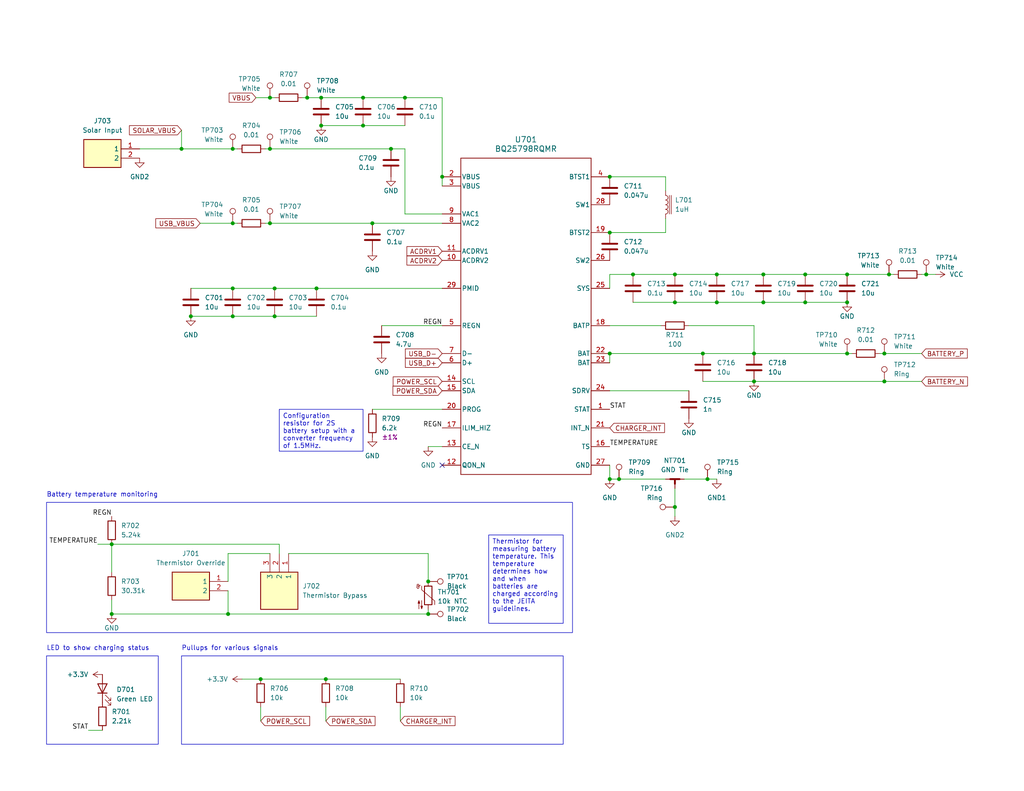
<source format=kicad_sch>
(kicad_sch (version 20230121) (generator eeschema)
  (paper "USLetter")
  (lib_symbols
    (symbol "Connector:TestPoint" (pin_numbers hide) (pin_names (offset 0.762) hide)
      (property "Reference" "TP" (at 0 6.858 0))
      (property "Value" "TestPoint" (at 0 5.08 0))
      (symbol "TestPoint_0_1"
        (circle (center 0 3.302) (radius 0.762))
      )
      (symbol "TestPoint_1_1"
        (pin passive line (at 0 0 90) (length 2.54) (name "1") (number "1"))
      )
    )
    (symbol "Device:C" (pin_numbers hide) (pin_names (offset 0.254))
      (property "Reference" "C" (at 0.635 2.54 0))
      (property "Value" "C" (at 0.635 -2.54 0))
      (symbol "C_0_1"
        (polyline (pts (xy -2.032 -0.762) (xy 2.032 -0.762)) (stroke (width 0.508)))
        (polyline (pts (xy -2.032 0.762) (xy 2.032 0.762)) (stroke (width 0.508)))
      )
      (symbol "C_1_1"
        (pin passive line (at 0 3.81 270) (length 2.794) (name "~") (number "1"))
        (pin passive line (at 0 -3.81 90) (length 2.794) (name "~") (number "2"))
      )
    )
    (symbol "Device:LED" (pin_numbers hide) (pin_names (offset 1.016) hide)
      (property "Reference" "D" (at 0 2.54 0))
      (property "Value" "LED" (at 0 -2.54 0))
      (symbol "LED_0_1"
        (polyline (pts (xy -1.27 -1.27) (xy -1.27 1.27)) (stroke (width 0.254)))
        (polyline (pts (xy -1.27 0) (xy 1.27 0)))
        (polyline (pts (xy 1.27 -1.27) (xy 1.27 1.27) (xy -1.27 0) (xy 1.27 -1.27)) (stroke (width 0.254)))
        (polyline (pts (xy -3.048 -0.762) (xy -4.572 -2.286) (xy -3.81 -2.286) (xy -4.572 -2.286) (xy -4.572 -1.524)))
        (polyline (pts (xy -1.778 -0.762) (xy -3.302 -2.286) (xy -2.54 -2.286) (xy -3.302 -2.286) (xy -3.302 -1.524)))
      )
      (symbol "LED_1_1"
        (pin passive line (at -3.81 0 0) (length 2.54) (name "K") (number "1"))
        (pin passive line (at 3.81 0 180) (length 2.54) (name "A") (number "2"))
      )
    )
    (symbol "Device:L_Iron" (pin_numbers hide) (pin_names (offset 1.016) hide)
      (property "Reference" "L" (at -1.27 0 90))
      (property "Value" "L_Iron" (at 2.794 0 90))
      (symbol "L_Iron_0_1"
        (arc (start 0 -2.54) (mid 0.6323 -1.905) (end 0 -1.27))
        (arc (start 0 -1.27) (mid 0.6323 -0.635) (end 0 0))
        (polyline (pts (xy 1.016 2.54) (xy 1.016 -2.54)))
        (polyline (pts (xy 1.524 -2.54) (xy 1.524 2.54)))
        (arc (start 0 0) (mid 0.6323 0.635) (end 0 1.27))
        (arc (start 0 1.27) (mid 0.6323 1.905) (end 0 2.54))
      )
      (symbol "L_Iron_1_1"
        (pin passive line (at 0 3.81 270) (length 1.27) (name "1") (number "1"))
        (pin passive line (at 0 -3.81 90) (length 1.27) (name "2") (number "2"))
      )
    )
    (symbol "Device:NetTie_3_Tee" (pin_numbers hide) (pin_names (offset 0) hide) (in_bom no)
      (property "Reference" "NT" (at 0 3.175 0))
      (property "Value" "NetTie_3_Tee" (at 0 1.27 0))
      (symbol "NetTie_3_Tee_0_1"
        (polyline (pts (xy -1.27 0) (xy 1.27 0)) (stroke (width 0.254)))
        (polyline (pts (xy -1.27 0) (xy 1.27 0)) (stroke (width 0.508)))
        (polyline (pts (xy 0 -2.54) (xy 0 -2.54)) (stroke (width 0.254)))
        (polyline (pts (xy 0 -1.27) (xy 0 0)) (stroke (width 0.508)))
      )
      (symbol "NetTie_3_Tee_1_1"
        (pin passive line (at -2.54 0 0) (length 2.54) (name "1") (number "1"))
        (pin passive line (at 2.54 0 180) (length 2.54) (name "2") (number "2"))
        (pin passive line (at 0 -2.54 90) (length 2.54) (name "3") (number "3"))
      )
    )
    (symbol "Device:R" (pin_numbers hide) (pin_names (offset 0))
      (property "Reference" "R" (at 2.032 0 90))
      (property "Value" "R" (at 0 0 90))
      (symbol "R_0_1"
        (rectangle (start -1.016 -2.54) (end 1.016 2.54) (stroke (width 0.254)))
      )
      (symbol "R_1_1"
        (pin passive line (at 0 3.81 270) (length 1.27) (name "~") (number "1"))
        (pin passive line (at 0 -3.81 90) (length 1.27) (name "~") (number "2"))
      )
    )
    (symbol "Device:Thermistor_NTC" (pin_numbers hide) (pin_names (offset 0))
      (property "Reference" "TH" (at -4.445 0 90))
      (property "Value" "Thermistor_NTC" (at 3.175 0 90))
      (symbol "Thermistor_NTC_0_1"
        (arc (start -3.048 2.159) (mid -3.0495 2.3143) (end -3.175 2.413))
        (arc (start -3.048 2.159) (mid -2.9736 1.9794) (end -2.794 1.905))
        (arc (start -3.048 2.794) (mid -2.9736 2.6144) (end -2.794 2.54))
        (arc (start -2.794 1.905) (mid -2.6144 1.9794) (end -2.54 2.159))
        (arc (start -2.794 2.54) (mid -2.4393 2.5587) (end -2.159 2.794))
        (arc (start -2.794 3.048) (mid -2.9736 2.9736) (end -3.048 2.794))
        (arc (start -2.54 2.794) (mid -2.6144 2.9736) (end -2.794 3.048))
        (rectangle (start -1.016 2.54) (end 1.016 -2.54) (stroke (width 0.254)))
        (polyline (pts (xy -2.54 2.159) (xy -2.54 2.794)))
        (polyline (pts (xy -1.778 2.54) (xy -1.778 1.524) (xy 1.778 -1.524) (xy 1.778 -2.54)))
        (polyline (pts (xy -2.54 -3.683) (xy -2.54 -1.397) (xy -2.794 -2.159) (xy -2.286 -2.159) (xy -2.54 -1.397) (xy -2.54 -1.651)) (fill (type outline)))
        (polyline (pts (xy -1.778 -1.397) (xy -1.778 -3.683) (xy -2.032 -2.921) (xy -1.524 -2.921) (xy -1.778 -3.683) (xy -1.778 -3.429)) (fill (type outline)))
      )
      (symbol "Thermistor_NTC_1_1"
        (pin passive line (at 0 3.81 270) (length 1.27) (name "~") (number "1"))
        (pin passive line (at 0 -3.81 90) (length 1.27) (name "~") (number "2"))
      )
    )
    (symbol "JST B02B-XASK-1 (LF)(SN):B02B-XASK-1__LF__SN_"
      (property "Reference" "J" (at 16.51 7.62 0))
      (property "Value" "B02B-XASK-1__LF__SN_" (at 16.51 5.08 0))
      (symbol "B02B-XASK-1__LF__SN__1_1"
        (rectangle (start 5.08 2.54) (end 15.24 -5.08) (stroke (width 0.254)) (fill (type background)))
        (pin passive line (at 0 -2.54 0) (length 5.08) (name "1") (number "1"))
        (pin passive line (at 0 0 0) (length 5.08) (name "2") (number "2"))
      )
    )
    (symbol "Sullins PEC03SAAN:PEC03SAAN"
      (property "Reference" "J" (at 16.51 7.62 0))
      (property "Value" "PEC03SAAN" (at 16.51 5.08 0))
      (symbol "PEC03SAAN_1_1"
        (rectangle (start 5.08 2.54) (end 15.24 -7.62) (stroke (width 0.254)) (fill (type background)))
        (pin passive line (at 0 0 0) (length 5.08) (name "1") (number "1"))
        (pin passive line (at 0 -2.54 0) (length 5.08) (name "2") (number "2"))
        (pin passive line (at 0 -5.08 0) (length 5.08) (name "3") (number "3"))
      )
    )
    (symbol "TI BQ25798:BQ25798RQMR" (pin_names (offset 0.254))
      (property "Reference" "U" (at 0 2.54 0))
      (property "Value" "BQ25798RQMR" (at 0 0 0))
      (symbol "BQ25798RQMR_0_1"
        (polyline (pts (xy 5.08 -81.28) (xy 40.64 -81.28)) (stroke (width 0.2032)))
        (polyline (pts (xy 5.08 5.08) (xy 5.08 -81.28)) (stroke (width 0.2032)))
        (polyline (pts (xy 40.64 -81.28) (xy 40.64 5.08)) (stroke (width 0.2032)))
        (polyline (pts (xy 40.64 5.08) (xy 5.08 5.08)) (stroke (width 0.2032)))
        (pin unspecified line (at 45.72 -63.5 180) (length 5.08) (name "STAT") (number "1"))
        (pin power_in line (at 0 -22.86 0) (length 5.08) (name "ACDRV2") (number "10"))
        (pin power_in line (at 0 -20.32 0) (length 5.08) (name "ACDRV1") (number "11"))
        (pin unspecified line (at 0 -78.74 0) (length 5.08) (name "QON_N") (number "12"))
        (pin unspecified line (at 0 -73.66 0) (length 5.08) (name "CE_N") (number "13"))
        (pin input line (at 0 -55.88 0) (length 5.08) (name "SCL") (number "14"))
        (pin bidirectional line (at 0 -58.42 0) (length 5.08) (name "SDA") (number "15"))
        (pin unspecified line (at 45.72 -73.66 180) (length 5.08) (name "TS") (number "16"))
        (pin unspecified line (at 0 -68.58 0) (length 5.08) (name "ILIM_HIZ") (number "17"))
        (pin unspecified line (at 45.72 -40.64 180) (length 5.08) (name "BATP") (number "18"))
        (pin unspecified line (at 45.72 -15.24 180) (length 5.08) (name "BTST2") (number "19"))
        (pin power_in line (at 0 0 0) (length 5.08) (name "VBUS") (number "2"))
        (pin unspecified line (at 0 -63.5 0) (length 5.08) (name "PROG") (number "20"))
        (pin unspecified line (at 45.72 -68.58 180) (length 5.08) (name "INT_N") (number "21"))
        (pin unspecified line (at 45.72 -48.26 180) (length 5.08) (name "BAT") (number "22"))
        (pin unspecified line (at 45.72 -50.8 180) (length 5.08) (name "BAT") (number "23"))
        (pin unspecified line (at 45.72 -58.42 180) (length 5.08) (name "SDRV") (number "24"))
        (pin unspecified line (at 45.72 -30.48 180) (length 5.08) (name "SYS") (number "25"))
        (pin unspecified line (at 45.72 -22.86 180) (length 5.08) (name "SW2") (number "26"))
        (pin power_in line (at 45.72 -78.74 180) (length 5.08) (name "GND") (number "27"))
        (pin unspecified line (at 45.72 -7.62 180) (length 5.08) (name "SW1") (number "28"))
        (pin unspecified line (at 0 -30.48 0) (length 5.08) (name "PMID") (number "29"))
        (pin power_in line (at 0 -2.54 0) (length 5.08) (name "VBUS") (number "3"))
        (pin unspecified line (at 45.72 0 180) (length 5.08) (name "BTST1") (number "4"))
        (pin unspecified line (at 0 -40.64 0) (length 5.08) (name "REGN") (number "5"))
        (pin unspecified line (at 0 -50.8 0) (length 5.08) (name "D+") (number "6"))
        (pin unspecified line (at 0 -48.26 0) (length 5.08) (name "D-") (number "7"))
        (pin power_in line (at 0 -12.7 0) (length 5.08) (name "VAC2") (number "8"))
        (pin power_in line (at 0 -10.16 0) (length 5.08) (name "VAC1") (number "9"))
      )
    )
    (symbol "power:+3.3V" (power) (pin_names (offset 0))
      (property "Value" "+3.3V" (at 0 3.556 0))
      (symbol "+3.3V_0_1"
        (polyline (pts (xy -0.762 1.27) (xy 0 2.54)))
        (polyline (pts (xy 0 0) (xy 0 2.54)))
        (polyline (pts (xy 0 2.54) (xy 0.762 1.27)))
      )
      (symbol "+3.3V_1_1"
        (pin power_in line (at 0 0 90) (length 0) hide (name "+3.3V") (number "1"))
      )
    )
    (symbol "power:GND" (power) (pin_names (offset 0))
      (property "Value" "GND" (at 0 -3.81 0))
      (symbol "GND_0_1"
        (polyline (pts (xy 0 0) (xy 0 -1.27) (xy 1.27 -1.27) (xy 0 -2.54) (xy -1.27 -1.27) (xy 0 -1.27)))
      )
      (symbol "GND_1_1"
        (pin power_in line (at 0 0 270) (length 0) hide (name "GND") (number "1"))
      )
    )
    (symbol "power:GND1" (power) (pin_names (offset 0))
      (property "Value" "GND1" (at 0 -3.81 0))
      (symbol "GND1_0_1"
        (polyline (pts (xy 0 0) (xy 0 -1.27) (xy 1.27 -1.27) (xy 0 -2.54) (xy -1.27 -1.27) (xy 0 -1.27)))
      )
      (symbol "GND1_1_1"
        (pin power_in line (at 0 0 270) (length 0) hide (name "GND1") (number "1"))
      )
    )
    (symbol "power:GND2" (power) (pin_names (offset 0))
      (property "Value" "GND2" (at 0 -3.81 0))
      (symbol "GND2_0_1"
        (polyline (pts (xy 0 0) (xy 0 -1.27) (xy 1.27 -1.27) (xy 0 -2.54) (xy -1.27 -1.27) (xy 0 -1.27)))
      )
      (symbol "GND2_1_1"
        (pin power_in line (at 0 0 270) (length 0) hide (name "GND2") (number "1"))
      )
    )
    (symbol "power:VCC" (power) (pin_names (offset 0))
      (property "Value" "VCC" (at 0 3.81 0))
      (symbol "VCC_0_1"
        (polyline (pts (xy -0.762 1.27) (xy 0 2.54)))
        (polyline (pts (xy 0 0) (xy 0 2.54)))
        (polyline (pts (xy 0 2.54) (xy 0.762 1.27)))
      )
      (symbol "VCC_1_1"
        (pin power_in line (at 0 0 90) (length 0) hide (name "VCC") (number "1"))
      )
    )
  )
  (junction (at 184.15 138.43))
  (junction (at 106.68 40.64))
  (junction (at 231.14 96.52))
  (junction (at 63.5 86.36))
  (junction (at 99.06 34.29))
  (junction (at 86.36 78.74))
  (junction (at 195.58 74.93))
  (junction (at 99.06 26.67))
  (junction (at 73.66 60.96))
  (junction (at 205.74 96.52))
  (junction (at 205.74 104.14))
  (junction (at 71.12 185.42))
  (junction (at 74.93 86.36))
  (junction (at 193.04 130.81))
  (junction (at 166.37 130.81))
  (junction (at 219.71 82.55))
  (junction (at 231.14 82.55))
  (junction (at 88.9 185.42))
  (junction (at 62.23 167.64))
  (junction (at 241.3 96.52))
  (junction (at 63.5 60.96))
  (junction (at 116.84 158.75))
  (junction (at 231.14 74.93))
  (junction (at 252.73 74.93))
  (junction (at 30.48 148.59))
  (junction (at 110.49 26.67))
  (junction (at 208.28 74.93))
  (junction (at 184.15 82.55))
  (junction (at 74.93 78.74))
  (junction (at 63.5 78.74))
  (junction (at 166.37 96.52))
  (junction (at 87.63 34.29))
  (junction (at 172.72 74.93))
  (junction (at 87.63 26.67))
  (junction (at 120.65 48.26))
  (junction (at 52.07 86.36))
  (junction (at 73.66 40.64))
  (junction (at 166.37 63.5))
  (junction (at 30.48 167.64))
  (junction (at 73.66 26.67))
  (junction (at 219.71 74.93))
  (junction (at 241.3 104.14))
  (junction (at 101.6 60.96))
  (junction (at 83.82 26.67))
  (junction (at 63.5 40.64))
  (junction (at 184.15 74.93))
  (junction (at 191.77 96.52))
  (junction (at 242.57 74.93))
  (junction (at 168.91 130.81))
  (junction (at 195.58 82.55))
  (junction (at 208.28 82.55))
  (junction (at 166.37 48.26))
  (junction (at 49.53 40.64))
  (junction (at 116.84 167.64))
  (no_connect (at 120.65 127))
  (wire (pts (xy 30.48 163.83) (xy 30.48 167.64)))
  (wire (pts (xy 180.34 88.9) (xy 166.37 88.9)))
  (wire (pts (xy 231.14 96.52) (xy 232.41 96.52)))
  (wire (pts (xy 184.15 133.35) (xy 184.15 138.43)))
  (wire (pts (xy 231.14 74.93) (xy 242.57 74.93)))
  (wire (pts (xy 52.07 78.74) (xy 63.5 78.74)))
  (wire (pts (xy 181.61 52.07) (xy 181.61 48.26)))
  (wire (pts (xy 251.46 74.93) (xy 252.73 74.93)))
  (wire (pts (xy 99.06 26.67) (xy 110.49 26.67)))
  (wire (pts (xy 63.5 78.74) (xy 74.93 78.74)))
  (wire (pts (xy 193.04 130.81) (xy 195.58 130.81)))
  (wire (pts (xy 208.28 82.55) (xy 219.71 82.55)))
  (wire (pts (xy 82.55 26.67) (xy 83.82 26.67)))
  (wire (pts (xy 120.65 26.67) (xy 120.65 48.26)))
  (wire (pts (xy 62.23 167.64) (xy 116.84 167.64)))
  (wire (pts (xy 86.36 78.74) (xy 120.65 78.74)))
  (wire (pts (xy 106.68 40.64) (xy 110.49 40.64)))
  (wire (pts (xy 116.84 121.92) (xy 120.65 121.92)))
  (wire (pts (xy 30.48 148.59) (xy 76.2 148.59)))
  (wire (pts (xy 116.84 151.13) (xy 78.74 151.13)))
  (wire (pts (xy 241.3 104.14) (xy 251.46 104.14)))
  (wire (pts (xy 66.04 185.42) (xy 71.12 185.42)))
  (wire (pts (xy 62.23 161.29) (xy 62.23 167.64)))
  (wire (pts (xy 87.63 34.29) (xy 99.06 34.29)))
  (wire (pts (xy 219.71 74.93) (xy 231.14 74.93)))
  (wire (pts (xy 72.39 40.64) (xy 73.66 40.64)))
  (wire (pts (xy 63.5 60.96) (xy 64.77 60.96)))
  (wire (pts (xy 88.9 185.42) (xy 109.22 185.42)))
  (wire (pts (xy 63.5 86.36) (xy 74.93 86.36)))
  (wire (pts (xy 120.65 48.26) (xy 120.65 50.8)))
  (wire (pts (xy 241.3 96.52) (xy 251.46 96.52)))
  (wire (pts (xy 219.71 82.55) (xy 231.14 82.55)))
  (wire (pts (xy 116.84 158.75) (xy 116.84 151.13)))
  (wire (pts (xy 205.74 88.9) (xy 205.74 96.52)))
  (wire (pts (xy 181.61 48.26) (xy 166.37 48.26)))
  (wire (pts (xy 101.6 111.76) (xy 120.65 111.76)))
  (wire (pts (xy 62.23 151.13) (xy 62.23 158.75)))
  (wire (pts (xy 109.22 193.04) (xy 109.22 196.85)))
  (wire (pts (xy 99.06 34.29) (xy 110.49 34.29)))
  (wire (pts (xy 62.23 151.13) (xy 73.66 151.13)))
  (wire (pts (xy 71.12 193.04) (xy 71.12 196.85)))
  (wire (pts (xy 166.37 74.93) (xy 166.37 78.74)))
  (wire (pts (xy 184.15 82.55) (xy 195.58 82.55)))
  (wire (pts (xy 184.15 74.93) (xy 195.58 74.93)))
  (wire (pts (xy 26.67 148.59) (xy 30.48 148.59)))
  (wire (pts (xy 74.93 78.74) (xy 86.36 78.74)))
  (wire (pts (xy 166.37 130.81) (xy 166.37 127)))
  (wire (pts (xy 49.53 40.64) (xy 63.5 40.64)))
  (wire (pts (xy 101.6 60.96) (xy 120.65 60.96)))
  (wire (pts (xy 72.39 60.96) (xy 73.66 60.96)))
  (wire (pts (xy 116.84 167.64) (xy 116.84 166.37)))
  (wire (pts (xy 73.66 40.64) (xy 106.68 40.64)))
  (wire (pts (xy 166.37 96.52) (xy 166.37 99.06)))
  (wire (pts (xy 71.12 185.42) (xy 88.9 185.42)))
  (wire (pts (xy 110.49 26.67) (xy 120.65 26.67)))
  (wire (pts (xy 186.69 130.81) (xy 193.04 130.81)))
  (wire (pts (xy 83.82 26.67) (xy 87.63 26.67)))
  (wire (pts (xy 110.49 40.64) (xy 110.49 58.42)))
  (wire (pts (xy 240.03 96.52) (xy 241.3 96.52)))
  (wire (pts (xy 76.2 148.59) (xy 76.2 151.13)))
  (wire (pts (xy 191.77 96.52) (xy 205.74 96.52)))
  (wire (pts (xy 181.61 63.5) (xy 166.37 63.5)))
  (wire (pts (xy 168.91 130.81) (xy 181.61 130.81)))
  (wire (pts (xy 63.5 40.64) (xy 64.77 40.64)))
  (wire (pts (xy 184.15 140.97) (xy 184.15 138.43)))
  (wire (pts (xy 74.93 86.36) (xy 86.36 86.36)))
  (wire (pts (xy 73.66 60.96) (xy 101.6 60.96)))
  (wire (pts (xy 205.74 96.52) (xy 231.14 96.52)))
  (wire (pts (xy 52.07 86.36) (xy 63.5 86.36)))
  (wire (pts (xy 69.85 26.67) (xy 73.66 26.67)))
  (wire (pts (xy 104.14 88.9) (xy 120.65 88.9)))
  (wire (pts (xy 73.66 26.67) (xy 74.93 26.67)))
  (wire (pts (xy 252.73 74.93) (xy 255.27 74.93)))
  (wire (pts (xy 30.48 167.64) (xy 62.23 167.64)))
  (wire (pts (xy 205.74 104.14) (xy 241.3 104.14)))
  (wire (pts (xy 208.28 74.93) (xy 219.71 74.93)))
  (wire (pts (xy 166.37 130.81) (xy 168.91 130.81)))
  (wire (pts (xy 195.58 82.55) (xy 208.28 82.55)))
  (wire (pts (xy 166.37 96.52) (xy 191.77 96.52)))
  (wire (pts (xy 88.9 193.04) (xy 88.9 196.85)))
  (wire (pts (xy 54.61 60.96) (xy 63.5 60.96)))
  (wire (pts (xy 24.13 199.39) (xy 27.94 199.39)))
  (wire (pts (xy 166.37 106.68) (xy 187.96 106.68)))
  (wire (pts (xy 49.53 35.56) (xy 49.53 40.64)))
  (wire (pts (xy 187.96 88.9) (xy 205.74 88.9)))
  (wire (pts (xy 242.57 74.93) (xy 243.84 74.93)))
  (wire (pts (xy 181.61 59.69) (xy 181.61 63.5)))
  (wire (pts (xy 195.58 74.93) (xy 208.28 74.93)))
  (wire (pts (xy 30.48 156.21) (xy 30.48 148.59)))
  (wire (pts (xy 172.72 74.93) (xy 184.15 74.93)))
  (wire (pts (xy 191.77 104.14) (xy 205.74 104.14)))
  (wire (pts (xy 161.29 96.52) (xy 166.37 96.52)))
  (wire (pts (xy 38.1 40.64) (xy 49.53 40.64)))
  (wire (pts (xy 166.37 74.93) (xy 172.72 74.93)))
  (wire (pts (xy 110.49 58.42) (xy 120.65 58.42)))
  (wire (pts (xy 87.63 26.67) (xy 99.06 26.67)))
  (wire (pts (xy 172.72 82.55) (xy 184.15 82.55)))
  (rectangle (start 12.7 179.07) (end 43.18 203.2))
  (rectangle (start 12.7 137.16) (end 156.21 172.72))
  (rectangle (start 49.53 179.07) (end 153.67 203.2))
  (text_box "Configuration resistor for 2S battery setup with a converter frequency of 1.5MHz." (at 76.2 111.76 0) (size 22.86 11.43) (effects (font (size 1.27 1.27)) (justify left top)))
  (text_box "Thermistor for measuring battery temperature. This temperature determines how and when batteries are charged according to the JEITA guidelines." (at 133.35 146.05 0) (size 20.32 24.13) (effects (font (size 1.27 1.27)) (justify left top)))
  (text "Pullups for various signals" (at 49.53 177.8 0) (effects (font (size 1.27 1.27)) (justify left bottom)))
  (text "Battery temperature monitoring" (at 12.7 135.89 0) (effects (font (size 1.27 1.27)) (justify left bottom)))
  (text "LED to show charging status" (at 12.7 177.8 0) (effects (font (size 1.27 1.27)) (justify left bottom)))
  (label "REGN" (at 120.65 88.9 180))
  (label "STAT" (at 24.13 199.39 180))
  (label "TEMPERATURE" (at 26.67 148.59 180))
  (label "STAT" (at 166.37 111.76 0))
  (label "REGN" (at 120.65 116.84 180))
  (label "TEMPERATURE" (at 166.37 121.92 0))
  (label "REGN" (at 30.48 140.97 180))
  (global_label "USB_VBUS" (shape input) (at 54.61 60.96 180) (property "Intersheetrefs" "${INTERSHEET_REFS}" (effects hide)))
  (global_label "BATTERY_P" (shape input) (at 251.46 96.52 0) (property "Intersheetrefs" "${INTERSHEET_REFS}" (effects hide)))
  (global_label "ACDRV2" (shape input) (at 120.65 71.12 180) (property "Intersheetrefs" "${INTERSHEET_REFS}" (effects hide)))
  (global_label "USB_D+" (shape input) (at 120.65 99.06 180) (property "Intersheetrefs" "${INTERSHEET_REFS}" (effects hide)))
  (global_label "POWER_SDA" (shape input) (at 120.65 106.68 180) (property "Intersheetrefs" "${INTERSHEET_REFS}" (effects hide)))
  (global_label "ACDRV1" (shape input) (at 120.65 68.58 180) (property "Intersheetrefs" "${INTERSHEET_REFS}" (effects hide)))
  (global_label "CHARGER_INT" (shape input) (at 109.22 196.85 0) (property "Intersheetrefs" "${INTERSHEET_REFS}" (effects hide)))
  (global_label "BATTERY_N" (shape input) (at 251.46 104.14 0) (property "Intersheetrefs" "${INTERSHEET_REFS}" (effects hide)))
  (global_label "VBUS" (shape input) (at 69.85 26.67 180) (property "Intersheetrefs" "${INTERSHEET_REFS}" (effects hide)))
  (global_label "POWER_SDA" (shape input) (at 88.9 196.85 0) (property "Intersheetrefs" "${INTERSHEET_REFS}" (effects hide)))
  (global_label "POWER_SCL" (shape input) (at 120.65 104.14 180) (property "Intersheetrefs" "${INTERSHEET_REFS}" (effects hide)))
  (global_label "USB_D-" (shape input) (at 120.65 96.52 180) (property "Intersheetrefs" "${INTERSHEET_REFS}" (effects hide)))
  (global_label "CHARGER_INT" (shape input) (at 166.37 116.84 0) (property "Intersheetrefs" "${INTERSHEET_REFS}" (effects hide)))
  (global_label "POWER_SCL" (shape input) (at 71.12 196.85 0) (property "Intersheetrefs" "${INTERSHEET_REFS}" (effects hide)))
  (global_label "SOLAR_VBUS" (shape input) (at 49.53 35.56 180) (property "Intersheetrefs" "${INTERSHEET_REFS}" (effects hide)))
  (symbol (lib_id "Device:C") (at 110.49 30.48 0) (unit 1)
    (property "Reference" "C710" (at 114.3 29.21 0) (effects (justify left)))
    (property "Value" "0.1u" (at 114.3 31.75 0) (effects (justify left)))
    (property "Footprint" "Capacitor_SMD:C_0402_1005Metric" (effects hide))
    (property "Manufacturer" "Murata Electronics" (effects hide))
    (property "Manufacturer Part Number" "GCJ188R71H104KA12D" (effects hide))
    (property "Designed Manufacturer" "TDK" (effects hide))
    (property "Designed Part Number" "C1005X7R1H104K050BE" (effects hide))
    (property "MPN" "C161115" (effects hide))
    (property "Active" "Y" (effects hide))
    (property "Specs" "50V" (effects hide))
  )
  (symbol (lib_id "Device:C") (at 219.71 78.74 0) (unit 1)
    (property "Reference" "C720" (at 223.52 77.47 0) (effects (justify left)))
    (property "Value" "10u" (at 223.52 80.01 0) (effects (justify left)))
    (property "Footprint" "Capacitor_SMD:C_0603_1608Metric" (effects hide))
    (property "Manufacturer" "Murata Electronics" (effects hide))
    (property "Manufacturer Part Number" "GRT188R61E106ME13D" (effects hide))
    (property "Designed Manufacturer" "TDK" (effects hide))
    (property "Designed Part Number" "C2012X5R1E106K125AB " (effects hide))
    (property "MPN" "C697423" (effects hide))
    (property "Active" "Y" (effects hide))
    (property "Specs" "25V" (effects hide))
  )
  (symbol (lib_id "Device:R") (at 71.12 189.23 0) (unit 1)
    (property "Reference" "R706" (at 73.66 187.96 0) (effects (justify left)))
    (property "Value" "10k" (at 73.66 190.5 0) (effects (justify left)))
    (property "Footprint" "Resistor_SMD:R_0402_1005Metric" (effects hide))
    (property "Designed Manufacturer" "Vishay-Dale" (effects hide))
    (property "Designed Part Number" "CRCW040210K0FKED" (effects hide))
    (property "MPN" "C71617" (effects hide))
    (property "Manufacturer" "Vishay-Dale" (effects hide))
    (property "Manufacturer Part Number" "CRCW040210K0FKED" (effects hide))
  )
  (symbol (lib_id "Device:R") (at 68.58 60.96 90) (unit 1)
    (property "Reference" "R705" (at 68.58 54.61 90))
    (property "Value" "0.01" (at 68.58 57.15 90))
    (property "Footprint" "Resistor_SMD:R_2512_6332Metric" (effects hide))
    (property "MPN" "C844296" (effects hide))
    (property "Manufacturer" "Vishay Intertech" (effects hide))
    (property "Manufacturer Part Number" "WSLP2512L5000FEA" (effects hide))
  )
  (symbol (lib_id "Device:R") (at 88.9 189.23 0) (unit 1)
    (property "Reference" "R708" (at 91.44 187.96 0) (effects (justify left)))
    (property "Value" "10k" (at 91.44 190.5 0) (effects (justify left)))
    (property "Footprint" "Resistor_SMD:R_0402_1005Metric" (effects hide))
    (property "Designed Manufacturer" "Vishay-Dale" (effects hide))
    (property "Designed Part Number" "CRCW040210K0FKED" (effects hide))
    (property "MPN" "C71617" (effects hide))
    (property "Manufacturer" "Vishay-Dale" (effects hide))
    (property "Manufacturer Part Number" "CRCW040210K0FKED" (effects hide))
  )
  (symbol (lib_id "power:GND") (at 231.14 82.55 0) (unit 1)
    (property "Reference" "#PWR0714" (effects hide))
    (property "Value" "GND" (at 231.14 86.36 0))
  )
  (symbol (lib_id "Device:C") (at 172.72 78.74 0) (unit 1)
    (property "Reference" "C713" (at 176.53 77.47 0) (effects (justify left)))
    (property "Value" "0.1u" (at 176.53 80.01 0) (effects (justify left)))
    (property "Footprint" "Capacitor_SMD:C_0402_1005Metric" (effects hide))
    (property "Manufacturer" "Murata Electronics" (effects hide))
    (property "Manufacturer Part Number" "GCJ188R71H104KA12D" (effects hide))
    (property "Designed Manufacturer" "TDK" (effects hide))
    (property "Designed Part Number" "C1005X7R1H104K050BE" (effects hide))
    (property "MPN" "C161115" (effects hide))
    (property "Active" "Y" (effects hide))
    (property "Specs" "50V" (effects hide))
  )
  (symbol (lib_id "JST B02B-XASK-1 (LF)(SN):B02B-XASK-1__LF__SN_") (at 62.23 161.29 180) (unit 1)
    (property "Reference" "J701" (at 52.07 151.13 0))
    (property "Value" "Thermistor Override" (at 52.07 153.67 0))
    (property "Footprint" "footprints:B02BXASK1LFSN" (effects hide))
    (property "Datasheet" "https://www.jst-mfg.com/product/pdf/eng/eXA1.pdf" (effects hide))
    (property "Height" "8.8" (effects hide))
    (property "Manufacturer_Name" "JST (JAPAN SOLDERLESS TERMINALS)" (effects hide))
    (property "Manufacturer_Part_Number" "B02B-XASK-1 (LF)(SN)" (effects hide))
  )
  (symbol (lib_id "Device:Thermistor_NTC") (at 116.84 162.56 0) (unit 1)
    (property "Reference" "TH701" (at 119.38 161.6075 0) (effects (justify left)))
    (property "Value" "10k NTC" (at 119.38 164.1475 0) (effects (justify left)))
    (property "Footprint" "Resistor_SMD:R_0402_1005Metric" (effects hide))
    (property "Specs" "103AT-2 10kΩ NTC, but using an SMD component" (effects hide))
    (property "MPN" "C336815" (effects hide))
    (property "Manufacturer" "PANASONIC" (effects hide))
    (property "Manufacturer Part Number" "ERTJ0EG103GA" (effects hide))
    (property "Active" "Y" (effects hide))
  )
  (symbol (lib_id "power:GND") (at 101.6 119.38 0) (unit 1)
    (property "Reference" "#PWR0707" (effects hide))
    (property "Value" "GND" (at 101.6 124.46 0))
  )
  (symbol (lib_id "power:GND1") (at 195.58 130.81 0) (unit 1)
    (property "Reference" "#PWR0716" (effects hide))
    (property "Value" "GND1" (at 195.58 135.89 0))
  )
  (symbol (lib_id "Device:C") (at 106.68 44.45 0) (unit 1)
    (property "Reference" "C709" (at 97.79 43.18 0) (effects (justify left)))
    (property "Value" "0.1u" (at 97.79 45.72 0) (effects (justify left)))
    (property "Footprint" "Capacitor_SMD:C_0402_1005Metric" (effects hide))
    (property "Manufacturer" "Murata Electronics" (effects hide))
    (property "Manufacturer Part Number" "GCJ188R71H104KA12D" (effects hide))
    (property "Designed Manufacturer" "TDK" (effects hide))
    (property "Designed Part Number" "C1005X7R1H104K050BE" (effects hide))
    (property "MPN" "C161115" (effects hide))
    (property "Active" "Y" (effects hide))
    (property "Specs" "50V" (effects hide))
  )
  (symbol (lib_id "power:GND") (at 205.74 104.14 0) (unit 1)
    (property "Reference" "#PWR0713" (effects hide))
    (property "Value" "GND" (at 205.74 107.95 0))
  )
  (symbol (lib_id "Device:R") (at 184.15 88.9 90) (unit 1)
    (property "Reference" "R711" (at 184.15 91.44 90))
    (property "Value" "100" (at 184.15 93.98 90))
    (property "Footprint" "Resistor_SMD:R_0603_1608Metric" (effects hide))
    (property "MPN" "C105588" (effects hide))
    (property "Manufacturer" "YAGEO" (effects hide))
    (property "Manufacturer Part Number" "RC0603FR-07100RL " (effects hide))
  )
  (symbol (lib_id "Connector:TestPoint") (at 116.84 167.64 270) (unit 1)
    (property "Reference" "TP702" (at 121.92 166.37 90) (effects (justify left)))
    (property "Value" "Black" (at 121.92 168.91 90) (effects (justify left)))
    (property "Footprint" "TestPoint:TestPoint_Keystone_5000-5004_Miniature" (effects hide))
    (property "Active" "Y" (effects hide))
    (property "MPN" "C238122" (effects hide))
    (property "Manufacturer" "Keystone" (effects hide))
    (property "Manufacturer Part Number" "5001" (effects hide))
  )
  (symbol (lib_id "Device:C") (at 195.58 78.74 0) (unit 1)
    (property "Reference" "C717" (at 199.39 77.47 0) (effects (justify left)))
    (property "Value" "10u" (at 199.39 80.01 0) (effects (justify left)))
    (property "Footprint" "Capacitor_SMD:C_0603_1608Metric" (effects hide))
    (property "Manufacturer" "Murata Electronics" (effects hide))
    (property "Manufacturer Part Number" "GRT188R61E106ME13D" (effects hide))
    (property "Designed Manufacturer" "TDK" (effects hide))
    (property "Designed Part Number" "C2012X5R1E106K125AB " (effects hide))
    (property "MPN" "C697423" (effects hide))
    (property "Active" "Y" (effects hide))
    (property "Specs" "25V" (effects hide))
  )
  (symbol (lib_id "Connector:TestPoint") (at 73.66 40.64 0) (unit 1)
    (property "Reference" "TP706" (at 76.2 36.068 0) (effects (justify left)))
    (property "Value" "White" (at 76.2 38.608 0) (effects (justify left)))
    (property "Footprint" "TestPoint:TestPoint_Keystone_5000-5004_Miniature" (effects hide))
    (property "MPN" "C238123" (effects hide))
    (property "Manufacturer" "Keystone" (effects hide))
    (property "Manufacturer Part Number" "5002" (effects hide))
    (property "Active" "Y" (effects hide))
  )
  (symbol (lib_id "power:+3.3V") (at 66.04 185.42 90) (unit 1)
    (property "Reference" "#PWR0704" (effects hide))
    (property "Value" "+3.3V" (at 62.23 185.42 90) (effects (justify left)))
  )
  (symbol (lib_id "Device:C") (at 184.15 78.74 0) (unit 1)
    (property "Reference" "C714" (at 187.96 77.47 0) (effects (justify left)))
    (property "Value" "10u" (at 187.96 80.01 0) (effects (justify left)))
    (property "Footprint" "Capacitor_SMD:C_0603_1608Metric" (effects hide))
    (property "Manufacturer" "Murata Electronics" (effects hide))
    (property "Manufacturer Part Number" "GRT188R61E106ME13D" (effects hide))
    (property "Designed Manufacturer" "TDK" (effects hide))
    (property "Designed Part Number" "C2012X5R1E106K125AB " (effects hide))
    (property "MPN" "C697423" (effects hide))
    (property "Active" "Y" (effects hide))
    (property "Specs" "25V" (effects hide))
  )
  (symbol (lib_id "Sullins PEC03SAAN:PEC03SAAN") (at 78.74 151.13 270) (unit 1)
    (property "Reference" "J702" (at 82.55 160.02 90) (effects (justify left)))
    (property "Value" "Thermistor Bypass" (at 82.55 162.56 90) (effects (justify left)))
    (property "Footprint" "footprints:HDRV3W64P0X254_1X3_762X254X838P" (effects hide))
    (property "Height" "8.38" (effects hide))
    (property "Manufacturer_Name" "Sullins" (effects hide))
    (property "Manufacturer_Part_Number" "PEC03SAAN" (effects hide))
  )
  (symbol (lib_id "Device:R") (at 68.58 40.64 90) (unit 1)
    (property "Reference" "R704" (at 68.58 34.29 90))
    (property "Value" "0.01" (at 68.58 36.83 90))
    (property "Footprint" "Resistor_SMD:R_2512_6332Metric" (effects hide))
    (property "MPN" "C844296" (effects hide))
    (property "Manufacturer" "Vishay Intertech" (effects hide))
    (property "Manufacturer Part Number" "WSLP2512L5000FEA" (effects hide))
  )
  (symbol (lib_id "Connector:TestPoint") (at 83.82 26.67 0) (unit 1)
    (property "Reference" "TP708" (at 86.36 22.098 0) (effects (justify left)))
    (property "Value" "White" (at 86.36 24.638 0) (effects (justify left)))
    (property "Footprint" "TestPoint:TestPoint_Keystone_5000-5004_Miniature" (effects hide))
    (property "MPN" "C238123" (effects hide))
    (property "Manufacturer" "Keystone" (effects hide))
    (property "Manufacturer Part Number" "5002" (effects hide))
    (property "Active" "Y" (effects hide))
  )
  (symbol (lib_id "power:GND2") (at 184.15 140.97 0) (unit 1)
    (property "Reference" "#PWR0718" (effects hide))
    (property "Value" "GND2" (at 184.15 146.05 0))
  )
  (symbol (lib_id "Device:C") (at 205.74 100.33 0) (unit 1)
    (property "Reference" "C718" (at 209.55 99.06 0) (effects (justify left)))
    (property "Value" "10u" (at 209.55 101.6 0) (effects (justify left)))
    (property "Footprint" "Capacitor_SMD:C_0603_1608Metric" (effects hide))
    (property "MPN" "C697423" (effects hide))
    (property "Manufacturer" "Murata Electronics" (effects hide))
    (property "Manufacturer Part Number" "GRT188R61E106ME13D" (effects hide))
    (property "Active" "Y" (effects hide))
    (property "Specs" "25V" (effects hide))
  )
  (symbol (lib_id "power:GND") (at 116.84 121.92 0) (unit 1)
    (property "Reference" "#PWR0710" (effects hide))
    (property "Value" "GND" (at 116.84 127 0))
  )
  (symbol (lib_id "Device:R") (at 101.6 115.57 0) (unit 1)
    (property "Reference" "R709" (at 104.14 114.3 0) (effects (justify left)))
    (property "Value" "6.2k" (at 104.14 116.84 0) (effects (justify left)))
    (property "Footprint" "Resistor_SMD:R_0603_1608Metric" (effects hide))
    (property "Specs" "1% tolerance resistor required. 8.2k for 750kHz charging; 6.04k for 1.5MHz charging. Both for a 2S battery configuration." (effects hide))
    (property "Tolerance" "±1% " (at 104.14 119.38 0) (effects (justify left)))
    (property "MPN" "C114631" (effects hide))
    (property "Manufacturer" "YAGEO" (effects hide))
    (property "Manufacturer Part Number" "RC0603FR-076K2L" (effects hide))
    (property "Active" "Y" (effects hide))
  )
  (symbol (lib_id "Device:C") (at 231.14 78.74 0) (unit 1)
    (property "Reference" "C721" (at 234.95 77.47 0) (effects (justify left)))
    (property "Value" "10u" (at 234.95 80.01 0) (effects (justify left)))
    (property "Footprint" "Capacitor_SMD:C_0603_1608Metric" (effects hide))
    (property "Manufacturer" "Murata Electronics" (effects hide))
    (property "Manufacturer Part Number" "GRT188R61E106ME13D" (effects hide))
    (property "Designed Manufacturer" "TDK" (effects hide))
    (property "Designed Part Number" "C2012X5R1E106K125AB " (effects hide))
    (property "MPN" "C697423" (effects hide))
    (property "Active" "Y" (effects hide))
    (property "Specs" "25V" (effects hide))
  )
  (symbol (lib_id "JST B02B-XASK-1 (LF)(SN):B02B-XASK-1__LF__SN_") (at 38.1 43.18 180) (unit 1)
    (property "Reference" "J703" (at 27.94 33.02 0))
    (property "Value" "Solar Input" (at 27.94 35.56 0))
    (property "Footprint" "footprints:B02BXASK1LFSN" (effects hide))
    (property "Datasheet" "https://www.jst-mfg.com/product/pdf/eng/eXA1.pdf" (effects hide))
    (property "Height" "8.8" (effects hide))
    (property "Manufacturer_Name" "JST (JAPAN SOLDERLESS TERMINALS)" (effects hide))
    (property "Manufacturer_Part_Number" "B02B-XASK-1 (LF)(SN)" (effects hide))
  )
  (symbol (lib_id "power:GND") (at 166.37 130.81 0) (unit 1)
    (property "Reference" "#PWR0711" (effects hide))
    (property "Value" "GND" (at 166.37 135.89 0))
  )
  (symbol (lib_id "power:GND") (at 52.07 86.36 0) (unit 1)
    (property "Reference" "#PWR0703" (effects hide))
    (property "Value" "GND" (at 52.07 91.44 0))
  )
  (symbol (lib_id "Device:C") (at 87.63 30.48 0) (unit 1)
    (property "Reference" "C705" (at 91.44 29.21 0) (effects (justify left)))
    (property "Value" "10u" (at 91.44 31.75 0) (effects (justify left)))
    (property "Footprint" "Capacitor_SMD:C_0603_1608Metric" (effects hide))
    (property "Manufacturer" "Murata Electronics" (effects hide))
    (property "Manufacturer Part Number" "GRT188R61E106ME13D" (effects hide))
    (property "Designed Manufacturer" "TDK" (effects hide))
    (property "Designed Part Number" "C2012X5R1E106K125AB " (effects hide))
    (property "MPN" "C697423" (effects hide))
    (property "Active" "Y" (effects hide))
    (property "Specs" "25V" (effects hide))
  )
  (symbol (lib_id "Device:C") (at 99.06 30.48 0) (unit 1)
    (property "Reference" "C706" (at 102.87 29.21 0) (effects (justify left)))
    (property "Value" "10u" (at 102.87 31.75 0) (effects (justify left)))
    (property "Footprint" "Capacitor_SMD:C_0603_1608Metric" (effects hide))
    (property "Manufacturer" "Murata Electronics" (effects hide))
    (property "Manufacturer Part Number" "GRT188R61E106ME13D" (effects hide))
    (property "Designed Manufacturer" "TDK" (effects hide))
    (property "Designed Part Number" "C2012X5R1E106K125AB " (effects hide))
    (property "MPN" "C697423" (effects hide))
    (property "Active" "Y" (effects hide))
    (property "Specs" "25V" (effects hide))
  )
  (symbol (lib_id "Connector:TestPoint") (at 73.66 26.67 0) (unit 1)
    (property "Reference" "TP705" (at 71.12 21.59 0) (effects (justify right)))
    (property "Value" "White" (at 71.12 24.13 0) (effects (justify right)))
    (property "Footprint" "TestPoint:TestPoint_Keystone_5000-5004_Miniature" (effects hide))
    (property "MPN" "C238123" (effects hide))
    (property "Manufacturer" "Keystone" (effects hide))
    (property "Manufacturer Part Number" "5002" (effects hide))
    (property "Active" "Y" (effects hide))
  )
  (symbol (lib_id "power:GND") (at 104.14 96.52 0) (unit 1)
    (property "Reference" "#PWR0708" (effects hide))
    (property "Value" "GND" (at 104.14 101.6 0))
  )
  (symbol (lib_id "Device:LED") (at 27.94 187.96 90) (unit 1)
    (property "Reference" "D701" (at 31.75 188.2775 90) (effects (justify right)))
    (property "Value" "Green LED" (at 31.75 190.8175 90) (effects (justify right)))
    (property "Footprint" "LED_SMD:LED_0603_1608Metric" (effects hide))
    (property "MPN" "C125093" (effects hide))
    (property "Manufacturer" "Lite-On" (effects hide))
    (property "Manufacturer Part Number" "LTST-C190GKT" (effects hide))
    (property "Active" "Y" (effects hide))
  )
  (symbol (lib_id "Device:NetTie_3_Tee") (at 184.15 130.81 0) (unit 1) (in_bom no)
    (property "Reference" "NT701" (at 184.15 125.73 0))
    (property "Value" "GND Tie" (at 184.15 128.27 0))
  )
  (symbol (lib_id "power:GND2") (at 38.1 43.18 0) (unit 1)
    (property "Reference" "#PWR0717" (effects hide))
    (property "Value" "GND2" (at 38.1 48.26 0))
  )
  (symbol (lib_id "Device:R") (at 247.65 74.93 90) (unit 1)
    (property "Reference" "R713" (at 247.65 68.58 90))
    (property "Value" "0.01" (at 247.65 71.12 90))
    (property "Footprint" "Resistor_SMD:R_2512_6332Metric" (effects hide))
    (property "MPN" "C844296" (effects hide))
    (property "Manufacturer" "Vishay Intertech" (effects hide))
    (property "Manufacturer Part Number" "WSLP2512L5000FEA" (effects hide))
  )
  (symbol (lib_id "Device:C") (at 191.77 100.33 0) (unit 1)
    (property "Reference" "C716" (at 195.58 99.06 0) (effects (justify left)))
    (property "Value" "10u" (at 195.58 101.6 0) (effects (justify left)))
    (property "Footprint" "Capacitor_SMD:C_0603_1608Metric" (effects hide))
    (property "MPN" "C697423" (effects hide))
    (property "Manufacturer" "Murata Electronics" (effects hide))
    (property "Manufacturer Part Number" "GRT188R61E106ME13D" (effects hide))
    (property "Active" "Y" (effects hide))
    (property "Specs" "25V" (effects hide))
  )
  (symbol (lib_id "Device:R") (at 30.48 144.78 0) (unit 1)
    (property "Reference" "R702" (at 33.02 143.51 0) (effects (justify left)))
    (property "Value" "5.24k" (at 33.02 146.05 0) (effects (justify left)))
    (property "Footprint" "Resistor_SMD:R_0402_1005Metric" (effects hide))
    (property "Designed Manufacturer" "Vishay-Dale" (effects hide))
    (property "Designed Part Number" "CRCW04025K23FKED" (effects hide))
    (property "MPN" "C170332" (effects hide))
    (property "Manufacturer" "Walsin Tech Corp" (effects hide))
    (property "Manufacturer Part Number" "WR04X5231FTL" (effects hide))
    (property "Active" "Y, MOQ 10k" (effects hide))
  )
  (symbol (lib_id "Device:R") (at 236.22 96.52 90) (unit 1)
    (property "Reference" "R712" (at 236.22 90.17 90))
    (property "Value" "0.01" (at 236.22 92.71 90))
    (property "Footprint" "Resistor_SMD:R_2512_6332Metric" (effects hide))
    (property "MPN" "C844296" (effects hide))
    (property "Manufacturer" "Vishay Intertech" (effects hide))
    (property "Manufacturer Part Number" "WSLP2512L5000FEA" (effects hide))
  )
  (symbol (lib_id "Connector:TestPoint") (at 168.91 130.81 0) (unit 1)
    (property "Reference" "TP709" (at 171.45 126.238 0) (effects (justify left)))
    (property "Value" "Ring" (at 171.45 128.778 0) (effects (justify left)))
    (property "Footprint" "TestPoint:TestPoint_Keystone_5019_Minature" (effects hide))
    (property "MPN" "C238131" (effects hide))
    (property "Manufacturer" "Keystone" (effects hide))
    (property "Manufacturer Part Number" "5019" (effects hide))
    (property "Active" "Y" (effects hide))
  )
  (symbol (lib_id "Connector:TestPoint") (at 193.04 130.81 0) (unit 1)
    (property "Reference" "TP715" (at 195.58 126.238 0) (effects (justify left)))
    (property "Value" "Ring" (at 195.58 128.778 0) (effects (justify left)))
    (property "Footprint" "TestPoint:TestPoint_Keystone_5019_Minature" (effects hide))
    (property "MPN" "C238131" (effects hide))
    (property "Manufacturer" "Keystone" (effects hide))
    (property "Manufacturer Part Number" "5019" (effects hide))
    (property "Active" "Y" (effects hide))
  )
  (symbol (lib_id "TI BQ25798:BQ25798RQMR") (at 120.65 48.26 0) (unit 1)
    (property "Reference" "U701" (at 143.51 38.1 0) (effects (font (size 1.524 1.524))))
    (property "Value" "BQ25798RQMR" (at 143.51 40.64 0) (effects (font (size 1.524 1.524))))
    (property "Footprint" "footprints:RQM0029A-MFG" (effects hide))
    (property "Datasheet" "BQ25798RQMR" (effects hide))
    (property "MPN" "C2876593" (effects hide))
    (property "Manufacturer" "TEXAS INSTRUMENTS" (effects hide))
    (property "Manufacturer Part Number" "BQ25798RQMR" (effects hide))
    (property "Active" "Y" (effects hide))
  )
  (symbol (lib_id "Device:C") (at 187.96 110.49 0) (unit 1)
    (property "Reference" "C715" (at 191.77 109.22 0) (effects (justify left)))
    (property "Value" "1n" (at 191.77 111.76 0) (effects (justify left)))
    (property "Footprint" "Capacitor_SMD:C_0402_1005Metric" (effects hide))
    (property "MPN" "C76947" (effects hide))
    (property "Manufacturer" "Murata Electronics" (effects hide))
    (property "Manufacturer Part Number" "GRM1555C1H102JA01D" (effects hide))
    (property "Specs" "1nF, 50V rated, 0402 package, ceramic capacitor" (effects hide))
    (property "Active" "Y" (effects hide))
  )
  (symbol (lib_id "Device:C") (at 166.37 67.31 0) (unit 1)
    (property "Reference" "C712" (at 170.18 66.04 0) (effects (justify left)))
    (property "Value" "0.047u" (at 170.18 68.58 0) (effects (justify left)))
    (property "Footprint" "Capacitor_SMD:C_0402_1005Metric" (effects hide))
    (property "Manufacturer" "Samsung Electro-Mechanics" (effects hide))
    (property "Manufacturer Part Number" "CL05B473KA5NNNC" (effects hide))
    (property "Designed Manufacturer" "Murata Electronics" (effects hide))
    (property "Designed Part Number" "GRM155R71E473KA88D " (effects hide))
    (property "MPN" "C318631" (effects hide))
    (property "Active" "Y" (effects hide))
  )
  (symbol (lib_id "Connector:TestPoint") (at 241.3 96.52 0) (unit 1)
    (property "Reference" "TP711" (at 243.84 91.948 0) (effects (justify left)))
    (property "Value" "White" (at 243.84 94.488 0) (effects (justify left)))
    (property "Footprint" "TestPoint:TestPoint_Keystone_5000-5004_Miniature" (effects hide))
    (property "MPN" "C238123" (effects hide))
    (property "Manufacturer" "Keystone" (effects hide))
    (property "Manufacturer Part Number" "5002" (effects hide))
    (property "Active" "Y" (effects hide))
  )
  (symbol (lib_id "Connector:TestPoint") (at 242.57 74.93 0) (unit 1)
    (property "Reference" "TP713" (at 240.03 69.85 0) (effects (justify right)))
    (property "Value" "White" (at 240.03 72.39 0) (effects (justify right)))
    (property "Footprint" "TestPoint:TestPoint_Keystone_5000-5004_Miniature" (effects hide))
    (property "MPN" "C238123" (effects hide))
    (property "Manufacturer" "Keystone" (effects hide))
    (property "Manufacturer Part Number" "5002" (effects hide))
    (property "Active" "Y" (effects hide))
  )
  (symbol (lib_id "Connector:TestPoint") (at 116.84 158.75 270) (unit 1)
    (property "Reference" "TP701" (at 121.92 157.48 90) (effects (justify left)))
    (property "Value" "Black" (at 121.92 160.02 90) (effects (justify left)))
    (property "Footprint" "TestPoint:TestPoint_Keystone_5000-5004_Miniature" (effects hide))
    (property "Active" "Y" (effects hide))
    (property "MPN" "C238122" (effects hide))
    (property "Manufacturer" "Keystone" (effects hide))
    (property "Manufacturer Part Number" "5001" (effects hide))
  )
  (symbol (lib_id "Connector:TestPoint") (at 184.15 138.43 90) (unit 1)
    (property "Reference" "TP716" (at 180.848 133.35 90) (effects (justify left)))
    (property "Value" "Ring" (at 180.848 135.89 90) (effects (justify left)))
    (property "Footprint" "TestPoint:TestPoint_Keystone_5019_Minature" (effects hide))
    (property "MPN" "C238131" (effects hide))
    (property "Manufacturer" "Keystone" (effects hide))
    (property "Manufacturer Part Number" "5019" (effects hide))
    (property "Active" "Y" (effects hide))
  )
  (symbol (lib_id "Connector:TestPoint") (at 252.73 74.93 0) (unit 1)
    (property "Reference" "TP714" (at 255.27 70.358 0) (effects (justify left)))
    (property "Value" "White" (at 255.27 72.898 0) (effects (justify left)))
    (property "Footprint" "TestPoint:TestPoint_Keystone_5000-5004_Miniature" (effects hide))
    (property "MPN" "C238123" (effects hide))
    (property "Manufacturer" "Keystone" (effects hide))
    (property "Manufacturer Part Number" "5002" (effects hide))
    (property "Active" "Y" (effects hide))
  )
  (symbol (lib_id "Device:C") (at 63.5 82.55 0) (unit 1)
    (property "Reference" "C702" (at 67.31 81.28 0) (effects (justify left)))
    (property "Value" "10u" (at 67.31 83.82 0) (effects (justify left)))
    (property "Footprint" "Capacitor_SMD:C_0603_1608Metric" (effects hide))
    (property "Manufacturer" "Murata Electronics" (effects hide))
    (property "Manufacturer Part Number" "GRT188R61E106ME13D" (effects hide))
    (property "Designed Manufacturer" "TDK" (effects hide))
    (property "Designed Part Number" "C2012X5R1E106K125AB " (effects hide))
    (property "MPN" "C697423" (effects hide))
    (property "Active" "Y" (effects hide))
    (property "Specs" "25V" (effects hide))
  )
  (symbol (lib_id "Device:C") (at 52.07 82.55 0) (unit 1)
    (property "Reference" "C701" (at 55.88 81.28 0) (effects (justify left)))
    (property "Value" "10u" (at 55.88 83.82 0) (effects (justify left)))
    (property "Footprint" "Capacitor_SMD:C_0603_1608Metric" (effects hide))
    (property "Manufacturer" "Murata Electronics" (effects hide))
    (property "Manufacturer Part Number" "GRT188R61E106ME13D" (effects hide))
    (property "Designed Manufacturer" "TDK" (effects hide))
    (property "Designed Part Number" "C2012X5R1E106K125AB " (effects hide))
    (property "MPN" "C697423" (effects hide))
    (property "Active" "Y" (effects hide))
    (property "Specs" "25V" (effects hide))
  )
  (symbol (lib_id "Device:C") (at 101.6 64.77 0) (unit 1)
    (property "Reference" "C707" (at 105.41 63.5 0) (effects (justify left)))
    (property "Value" "0.1u" (at 105.41 66.04 0) (effects (justify left)))
    (property "Footprint" "Capacitor_SMD:C_0402_1005Metric" (effects hide))
    (property "Manufacturer" "Murata Electronics" (effects hide))
    (property "Manufacturer Part Number" "GCJ188R71H104KA12D" (effects hide))
    (property "Designed Manufacturer" "TDK" (effects hide))
    (property "Designed Part Number" "C1005X7R1H104K050BE" (effects hide))
    (property "MPN" "C161115" (effects hide))
    (property "Active" "Y" (effects hide))
    (property "Specs" "50V" (effects hide))
  )
  (symbol (lib_id "power:GND") (at 101.6 68.58 0) (unit 1)
    (property "Reference" "#PWR0706" (effects hide))
    (property "Value" "GND" (at 101.6 73.66 0))
  )
  (symbol (lib_id "power:+3.3V") (at 27.94 184.15 90) (unit 1)
    (property "Reference" "#PWR0701" (effects hide))
    (property "Value" "+3.3V" (at 24.13 184.15 90) (effects (justify left)))
  )
  (symbol (lib_id "Device:R") (at 30.48 160.02 0) (unit 1)
    (property "Reference" "R703" (at 33.02 158.75 0) (effects (justify left)))
    (property "Value" "30.31k" (at 33.02 161.29 0) (effects (justify left)))
    (property "Footprint" "Resistor_SMD:R_0603_1608Metric" (effects hide))
    (property "Designed Manufacturer" "Vishay-Dale" (effects hide))
    (property "Designed Part Number" "CRCW040230K1FKED " (effects hide))
    (property "MPN" "C423049" (effects hide))
    (property "Manufacturer" "UNI-ROYAL(Uniroyal Elec)" (effects hide))
    (property "Manufacturer Part Number" "0603WAD3012T5E" (effects hide))
    (property "Active" "Y, MOQ 5k" (effects hide))
  )
  (symbol (lib_id "Device:C") (at 166.37 52.07 0) (unit 1)
    (property "Reference" "C711" (at 170.18 50.8 0) (effects (justify left)))
    (property "Value" "0.047u" (at 170.18 53.34 0) (effects (justify left)))
    (property "Footprint" "Capacitor_SMD:C_0402_1005Metric" (effects hide))
    (property "Manufacturer" "Samsung Electro-Mechanics" (effects hide))
    (property "Manufacturer Part Number" "CL05B473KA5NNNC" (effects hide))
    (property "Designed Manufacturer" "Murata Electronics" (effects hide))
    (property "Designed Part Number" "GRM155R71E473KA88D " (effects hide))
    (property "MPN" "C318631" (effects hide))
    (property "Active" "Y" (effects hide))
  )
  (symbol (lib_id "Device:R") (at 78.74 26.67 90) (unit 1)
    (property "Reference" "R707" (at 78.74 20.32 90))
    (property "Value" "0.01" (at 78.74 22.86 90))
    (property "Footprint" "Resistor_SMD:R_2512_6332Metric" (effects hide))
    (property "MPN" "C844296" (effects hide))
    (property "Manufacturer" "Vishay Intertech" (effects hide))
    (property "Manufacturer Part Number" "WSLP2512L5000FEA" (effects hide))
  )
  (symbol (lib_id "Device:C") (at 74.93 82.55 0) (unit 1)
    (property "Reference" "C703" (at 78.74 81.28 0) (effects (justify left)))
    (property "Value" "10u" (at 78.74 83.82 0) (effects (justify left)))
    (property "Footprint" "Capacitor_SMD:C_0603_1608Metric" (effects hide))
    (property "Manufacturer" "Murata Electronics" (effects hide))
    (property "Manufacturer Part Number" "GRT188R61E106ME13D" (effects hide))
    (property "Designed Manufacturer" "TDK" (effects hide))
    (property "Designed Part Number" "C2012X5R1E106K125AB " (effects hide))
    (property "MPN" "C697423" (effects hide))
    (property "Active" "Y" (effects hide))
    (property "Specs" "25V" (effects hide))
  )
  (symbol (lib_id "Connector:TestPoint") (at 241.3 104.14 0) (unit 1)
    (property "Reference" "TP712" (at 243.84 99.568 0) (effects (justify left)))
    (property "Value" "Ring" (at 243.84 102.108 0) (effects (justify left)))
    (property "Footprint" "TestPoint:TestPoint_Keystone_5019_Minature" (effects hide))
    (property "MPN" "C238131" (effects hide))
    (property "Manufacturer" "Keystone" (effects hide))
    (property "Manufacturer Part Number" "5019" (effects hide))
    (property "Active" "Y" (effects hide))
  )
  (symbol (lib_id "Device:R") (at 109.22 189.23 0) (unit 1)
    (property "Reference" "R710" (at 111.76 187.96 0) (effects (justify left)))
    (property "Value" "10k" (at 111.76 190.5 0) (effects (justify left)))
    (property "Footprint" "Resistor_SMD:R_0402_1005Metric" (effects hide))
    (property "Designed Manufacturer" "Vishay-Dale" (effects hide))
    (property "Designed Part Number" "CRCW040210K0FKED" (effects hide))
    (property "MPN" "C71617" (effects hide))
    (property "Manufacturer" "Vishay-Dale" (effects hide))
    (property "Manufacturer Part Number" "CRCW040210K0FKED" (effects hide))
  )
  (symbol (lib_id "power:VCC") (at 255.27 74.93 270) (unit 1)
    (property "Reference" "#PWR0715" (effects hide))
    (property "Value" "VCC" (at 259.08 74.93 90) (effects (justify left)))
  )
  (symbol (lib_id "Device:L_Iron") (at 181.61 55.88 0) (unit 1)
    (property "Reference" "L701" (at 184.15 54.61 0) (effects (justify left)))
    (property "Value" "1uH" (at 184.15 57.15 0) (effects (justify left)))
    (property "Footprint" "Inductor_SMD:L_12x12mm_H8mm" (effects hide))
    (property "Designed Manufacturer" "TDK" (effects hide))
    (property "Designed Part Number" "SPM6530T-1R0M120 " (effects hide))
    (property "MPN" "C2998763" (effects hide))
    (property "Manufacturer" "Sumida" (effects hide))
    (property "Manufacturer Part Number" "CDRH127/LDNP-1R0NC" (effects hide))
    (property "Active" "Y" (effects hide))
  )
  (symbol (lib_id "Device:C") (at 208.28 78.74 0) (unit 1)
    (property "Reference" "C719" (at 212.09 77.47 0) (effects (justify left)))
    (property "Value" "10u" (at 212.09 80.01 0) (effects (justify left)))
    (property "Footprint" "Capacitor_SMD:C_0603_1608Metric" (effects hide))
    (property "Manufacturer" "Murata Electronics" (effects hide))
    (property "Manufacturer Part Number" "GRT188R61E106ME13D" (effects hide))
    (property "Designed Manufacturer" "TDK" (effects hide))
    (property "Designed Part Number" "C2012X5R1E106K125AB " (effects hide))
    (property "MPN" "C697423" (effects hide))
    (property "Active" "Y" (effects hide))
    (property "Specs" "25V" (effects hide))
  )
  (symbol (lib_id "power:GND") (at 106.68 48.26 0) (unit 1)
    (property "Reference" "#PWR0709" (effects hide))
    (property "Value" "GND" (at 106.68 52.07 0))
  )
  (symbol (lib_id "power:GND") (at 30.48 167.64 0) (unit 1)
    (property "Reference" "#PWR0702" (effects hide))
    (property "Value" "GND" (at 30.48 171.45 0))
  )
  (symbol (lib_id "Connector:TestPoint") (at 73.66 60.96 0) (unit 1)
    (property "Reference" "TP707" (at 76.2 56.388 0) (effects (justify left)))
    (property "Value" "White" (at 76.2 58.928 0) (effects (justify left)))
    (property "Footprint" "TestPoint:TestPoint_Keystone_5000-5004_Miniature" (effects hide))
    (property "MPN" "C238123" (effects hide))
    (property "Manufacturer" "Keystone" (effects hide))
    (property "Manufacturer Part Number" "5002" (effects hide))
    (property "Active" "Y" (effects hide))
  )
  (symbol (lib_id "power:GND") (at 187.96 114.3 0) (unit 1)
    (property "Reference" "#PWR0712" (effects hide))
    (property "Value" "GND" (at 187.96 118.11 0))
  )
  (symbol (lib_id "Device:C") (at 104.14 92.71 0) (unit 1)
    (property "Reference" "C708" (at 107.95 91.44 0) (effects (justify left)))
    (property "Value" "4.7u" (at 107.95 93.98 0) (effects (justify left)))
    (property "Footprint" "Capacitor_SMD:C_0805_2012Metric" (effects hide))
    (property "Specs" "10V" (effects hide))
    (property "MPN" "C338100" (effects hide))
    (property "Manufacturer" "TDK" (effects hide))
    (property "Manufacturer Part Number" "C2012X7R1E475KT000S" (effects hide))
    (property "Active" "Y" (effects hide))
  )
  (symbol (lib_id "power:GND") (at 87.63 34.29 0) (unit 1)
    (property "Reference" "#PWR0705" (effects hide))
    (property "Value" "GND" (at 87.63 38.1 0))
  )
  (symbol (lib_id "Connector:TestPoint") (at 63.5 60.96 0) (unit 1)
    (property "Reference" "TP704" (at 60.96 55.88 0) (effects (justify right)))
    (property "Value" "White" (at 60.96 58.42 0) (effects (justify right)))
    (property "Footprint" "TestPoint:TestPoint_Keystone_5000-5004_Miniature" (effects hide))
    (property "MPN" "C238123" (effects hide))
    (property "Manufacturer" "Keystone" (effects hide))
    (property "Manufacturer Part Number" "5002" (effects hide))
    (property "Active" "Y" (effects hide))
  )
  (symbol (lib_id "Device:R") (at 27.94 195.58 0) (unit 1)
    (property "Reference" "R701" (at 30.48 194.31 0) (effects (justify left)))
    (property "Value" "2.21k" (at 30.48 196.85 0) (effects (justify left)))
    (property "Footprint" "Resistor_SMD:R_0402_1005Metric" (effects hide))
    (property "Designed Manufacturer" "Vishay-Dale" (effects hide))
    (property "Designed Part Number" "CRCW04022K21FKED" (effects hide))
    (property "MPN" "C305298" (effects hide))
    (property "Manufacturer" "Walsin Tech Corp" (effects hide))
    (property "Manufacturer Part Number" "WR04X2211FTL" (effects hide))
    (property "Active" "Y" (effects hide))
  )
  (symbol (lib_id "Device:C") (at 86.36 82.55 0) (unit 1)
    (property "Reference" "C704" (at 90.17 81.28 0) (effects (justify left)))
    (property "Value" "0.1u" (at 90.17 83.82 0) (effects (justify left)))
    (property "Footprint" "Capacitor_SMD:C_0402_1005Metric" (effects hide))
    (property "Manufacturer" "Murata Electronics" (effects hide))
    (property "Manufacturer Part Number" "GCJ188R71H104KA12D" (effects hide))
    (property "Designed Manufacturer" "TDK" (effects hide))
    (property "Designed Part Number" "C1005X7R1H104K050BE" (effects hide))
    (property "MPN" "C161115" (effects hide))
    (property "Active" "Y" (effects hide))
    (property "Specs" "50V" (effects hide))
  )
  (symbol (lib_id "Connector:TestPoint") (at 63.5 40.64 0) (unit 1)
    (property "Reference" "TP703" (at 60.96 35.56 0) (effects (justify right)))
    (property "Value" "White" (at 60.96 38.1 0) (effects (justify right)))
    (property "Footprint" "TestPoint:TestPoint_Keystone_5000-5004_Miniature" (effects hide))
    (property "MPN" "C238123" (effects hide))
    (property "Manufacturer" "Keystone" (effects hide))
    (property "Manufacturer Part Number" "5002" (effects hide))
    (property "Active" "Y" (effects hide))
  )
  (symbol (lib_id "Connector:TestPoint") (at 231.14 96.52 0) (unit 1)
    (property "Reference" "TP710" (at 228.6 91.44 0) (effects (justify right)))
    (property "Value" "White" (at 228.6 93.98 0) (effects (justify right)))
    (property "Footprint" "TestPoint:TestPoint_Keystone_5000-5004_Miniature" (effects hide))
    (property "MPN" "C238123" (effects hide))
    (property "Manufacturer" "Keystone" (effects hide))
    (property "Manufacturer Part Number" "5002" (effects hide))
    (property "Active" "Y" (effects hide))
  )
)
</source>
